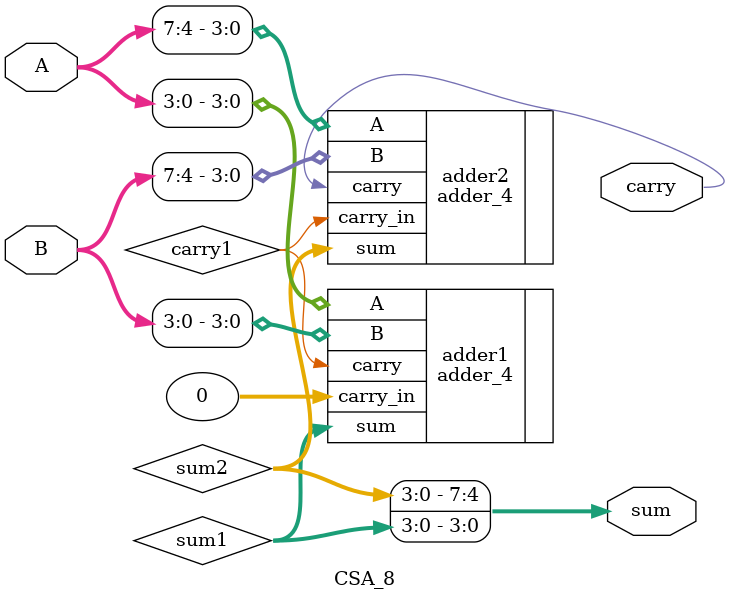
<source format=sv>
module CSA_8(
    input  logic [7:0] A, B,
    output logic [7:0] sum,
    output logic carry
  );

  logic [3:0] sum1, sum2;
  logic carry1;
  adder_4 adder1(
      .A(A[3:0]), .B(B[3:0]),
      .carry_in(0),
      .sum(sum1),
      .carry(carry1)
    );

  adder_4 adder2(
      .A(A[7:4]), .B(B[7:4]),
      .carry_in(carry1),
      .sum(sum2),
      .carry(carry)
    );

  assign sum = {sum2, sum1};

endmodule

</source>
